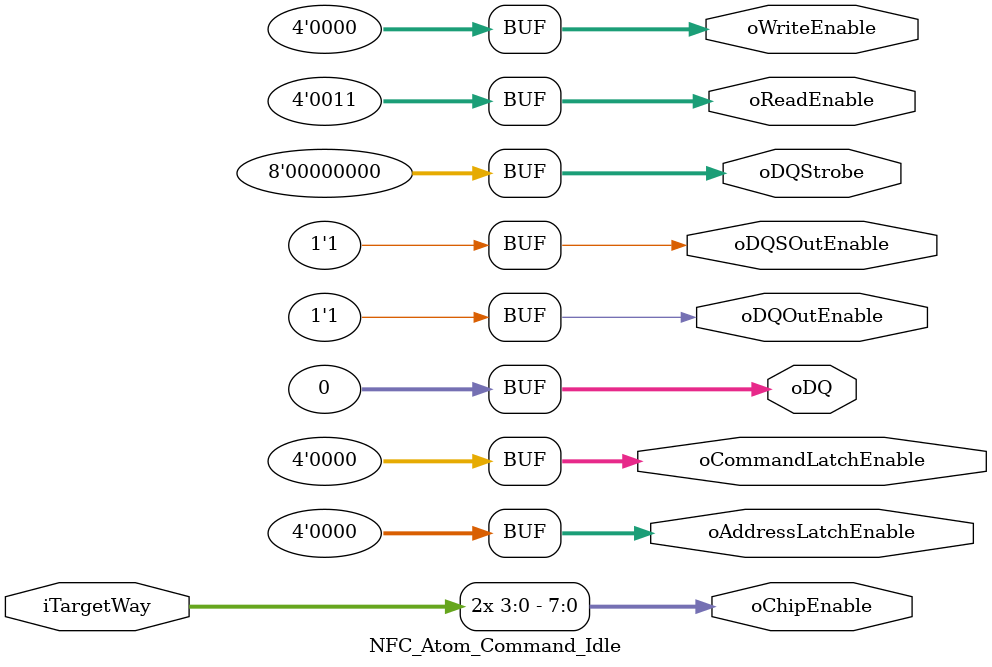
<source format=v>
`timescale 1ns / 1ps

module NFC_Atom_Command_Idle
#
(
    parameter NumberOfWays    =   4
)
(
    iTargetWay              ,

    oDQSOutEnable           ,
    oDQOutEnable            ,
    oDQStrobe               ,
    oDQ                     ,
    oChipEnable             ,
    oReadEnable             ,
    oWriteEnable            ,
    oAddressLatchEnable     ,
    oCommandLatchEnable  
);
    input   [NumberOfWays - 1:0]    iTargetWay              ;

    output                          oDQSOutEnable           ;
    output                          oDQOutEnable            ;

    output  [7:0]                   oDQStrobe               ;
    output  [31:0]                  oDQ                     ;
    output  [2*NumberOfWays - 1:0]  oChipEnable             ;
    output  [3:0]                   oReadEnable             ;
    output  [3:0]                   oWriteEnable            ;
    output  [3:0]                   oAddressLatchEnable     ;
    output  [3:0]                   oCommandLatchEnable     ;

    assign oDQSOutEnable       = 1                          ;
    assign oDQOutEnable        = 1                          ;   

    assign oDQStrobe           = 8'h0                       ;   
    assign oDQ                 = 32'h0000                   ;   
    assign oChipEnable         = { iTargetWay,iTargetWay }  ;   
    assign oReadEnable         = 4'b0011                    ;   
    assign oWriteEnable        = 4'b0000                    ;   
    assign oAddressLatchEnable = 4'h0                       ;   
    assign oCommandLatchEnable = 4'h0                       ; 

endmodule

</source>
